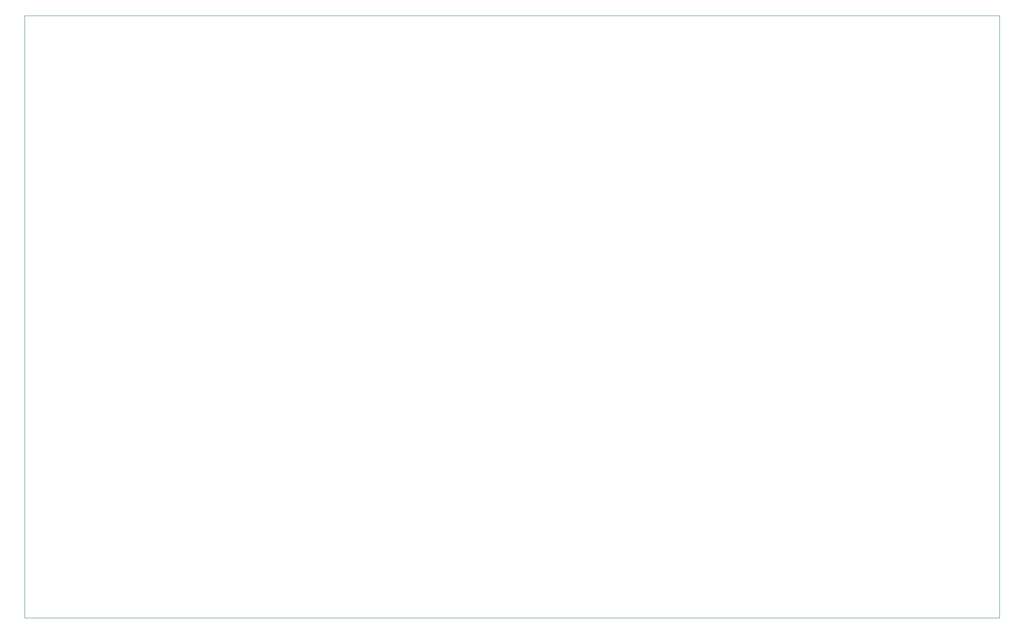
<source format=gbr>
%TF.GenerationSoftware,KiCad,Pcbnew,7.0.5*%
%TF.CreationDate,2023-08-11T22:31:08-05:00*%
%TF.ProjectId,ArkeyV2,41726b65-7956-4322-9e6b-696361645f70,rev?*%
%TF.SameCoordinates,Original*%
%TF.FileFunction,Profile,NP*%
%FSLAX46Y46*%
G04 Gerber Fmt 4.6, Leading zero omitted, Abs format (unit mm)*
G04 Created by KiCad (PCBNEW 7.0.5) date 2023-08-11 22:31:08*
%MOMM*%
%LPD*%
G01*
G04 APERTURE LIST*
%TA.AperFunction,Profile*%
%ADD10C,0.100000*%
%TD*%
G04 APERTURE END LIST*
D10*
X64008000Y-26416000D02*
X248920000Y-26416000D01*
X248920000Y-140716000D01*
X64008000Y-140716000D01*
X64008000Y-26416000D01*
M02*

</source>
